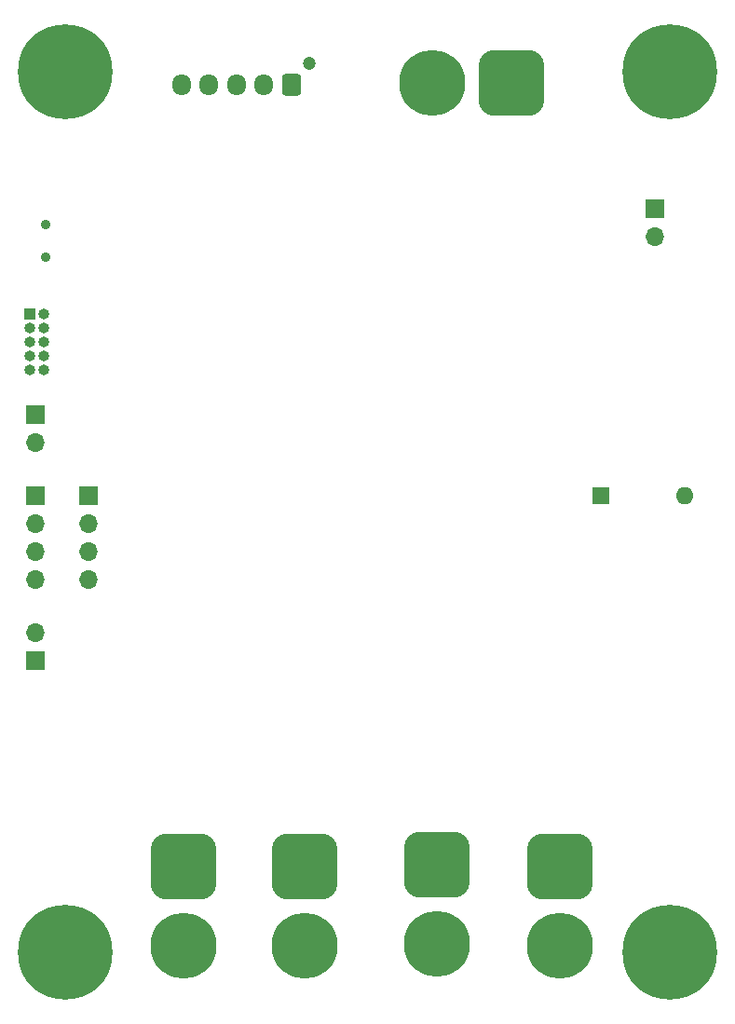
<source format=gbr>
%TF.GenerationSoftware,KiCad,Pcbnew,7.0.10*%
%TF.CreationDate,2024-04-17T23:56:12-04:00*%
%TF.ProjectId,BoardDesign,426f6172-6444-4657-9369-676e2e6b6963,rev?*%
%TF.SameCoordinates,Original*%
%TF.FileFunction,Soldermask,Bot*%
%TF.FilePolarity,Negative*%
%FSLAX46Y46*%
G04 Gerber Fmt 4.6, Leading zero omitted, Abs format (unit mm)*
G04 Created by KiCad (PCBNEW 7.0.10) date 2024-04-17 23:56:12*
%MOMM*%
%LPD*%
G01*
G04 APERTURE LIST*
G04 Aperture macros list*
%AMRoundRect*
0 Rectangle with rounded corners*
0 $1 Rounding radius*
0 $2 $3 $4 $5 $6 $7 $8 $9 X,Y pos of 4 corners*
0 Add a 4 corners polygon primitive as box body*
4,1,4,$2,$3,$4,$5,$6,$7,$8,$9,$2,$3,0*
0 Add four circle primitives for the rounded corners*
1,1,$1+$1,$2,$3*
1,1,$1+$1,$4,$5*
1,1,$1+$1,$6,$7*
1,1,$1+$1,$8,$9*
0 Add four rect primitives between the rounded corners*
20,1,$1+$1,$2,$3,$4,$5,0*
20,1,$1+$1,$4,$5,$6,$7,0*
20,1,$1+$1,$6,$7,$8,$9,0*
20,1,$1+$1,$8,$9,$2,$3,0*%
G04 Aperture macros list end*
%ADD10R,1.000000X1.000000*%
%ADD11O,1.000000X1.000000*%
%ADD12C,0.900000*%
%ADD13C,8.600000*%
%ADD14R,1.700000X1.700000*%
%ADD15O,1.700000X1.700000*%
%ADD16RoundRect,1.500000X1.500000X1.500000X-1.500000X1.500000X-1.500000X-1.500000X1.500000X-1.500000X0*%
%ADD17C,6.000000*%
%ADD18RoundRect,1.500000X-1.500000X1.500000X-1.500000X-1.500000X1.500000X-1.500000X1.500000X1.500000X0*%
%ADD19C,1.200000*%
%ADD20RoundRect,0.250000X0.600000X0.725000X-0.600000X0.725000X-0.600000X-0.725000X0.600000X-0.725000X0*%
%ADD21O,1.700000X1.950000*%
%ADD22R,1.600000X1.600000*%
%ADD23O,1.600000X1.600000*%
G04 APERTURE END LIST*
D10*
%TO.C,J7*%
X96850000Y-124990000D03*
D11*
X98120000Y-124990000D03*
X96850000Y-126260000D03*
X98120000Y-126260000D03*
X96850000Y-127530000D03*
X98120000Y-127530000D03*
X96850000Y-128800000D03*
X98120000Y-128800000D03*
X96850000Y-130070000D03*
X98120000Y-130070000D03*
%TD*%
D12*
%TO.C,H2*%
X151775000Y-103000000D03*
X152719581Y-100719581D03*
X152719581Y-105280419D03*
X155000000Y-99775000D03*
D13*
X155000000Y-103000000D03*
D12*
X155000000Y-106225000D03*
X157280419Y-100719581D03*
X157280419Y-105280419D03*
X158225000Y-103000000D03*
%TD*%
D14*
%TO.C,J6*%
X97359581Y-156491000D03*
D15*
X97359581Y-153951000D03*
%TD*%
D16*
%TO.C,J8*%
X140600000Y-104000000D03*
D17*
X133400000Y-104000000D03*
%TD*%
D18*
%TO.C,J11*%
X145000000Y-175200000D03*
D17*
X145000000Y-182400000D03*
%TD*%
D12*
%TO.C,H3*%
X96775000Y-183000000D03*
X97719581Y-180719581D03*
X97719581Y-185280419D03*
X100000000Y-179775000D03*
D13*
X100000000Y-183000000D03*
D12*
X100000000Y-186225000D03*
X102280419Y-180719581D03*
X102280419Y-185280419D03*
X103225000Y-183000000D03*
%TD*%
D18*
%TO.C,J14*%
X121800000Y-175200000D03*
D17*
X121800000Y-182400000D03*
%TD*%
D14*
%TO.C,J1*%
X153613581Y-115460000D03*
D15*
X153613581Y-118000000D03*
%TD*%
D12*
%TO.C,H1*%
X96775000Y-103000000D03*
X97719581Y-100719581D03*
X97719581Y-105280419D03*
X100000000Y-99775000D03*
D13*
X100000000Y-103000000D03*
D12*
X100000000Y-106225000D03*
X102280419Y-100719581D03*
X102280419Y-105280419D03*
X103225000Y-103000000D03*
%TD*%
D14*
%TO.C,J2*%
X97359581Y-141505000D03*
D15*
X97359581Y-144045000D03*
X97359581Y-146585000D03*
X97359581Y-149125000D03*
%TD*%
D14*
%TO.C,J5*%
X97359581Y-134139000D03*
D15*
X97359581Y-136679000D03*
%TD*%
D19*
%TO.C,J9*%
X122200000Y-102200000D03*
D20*
X120600000Y-104200000D03*
D21*
X118100000Y-104200000D03*
X115600000Y-104200000D03*
X113100000Y-104200000D03*
X110600000Y-104200000D03*
%TD*%
D14*
%TO.C,J4*%
X102185581Y-141505000D03*
D15*
X102185581Y-144045000D03*
X102185581Y-146585000D03*
X102185581Y-149125000D03*
%TD*%
D12*
%TO.C,SW1*%
X98240000Y-116867000D03*
X98240000Y-119867000D03*
%TD*%
D18*
%TO.C,J13*%
X110800000Y-175200000D03*
D17*
X110800000Y-182400000D03*
%TD*%
D18*
%TO.C,J10*%
X133800000Y-175000000D03*
D17*
X133800000Y-182200000D03*
%TD*%
D12*
%TO.C,H4*%
X151775000Y-183000000D03*
X152719581Y-180719581D03*
X152719581Y-185280419D03*
X155000000Y-179775000D03*
D13*
X155000000Y-183000000D03*
D12*
X155000000Y-186225000D03*
X157280419Y-180719581D03*
X157280419Y-185280419D03*
X158225000Y-183000000D03*
%TD*%
D22*
%TO.C,D2*%
X148690000Y-141500000D03*
D23*
X156310000Y-141500000D03*
%TD*%
M02*

</source>
